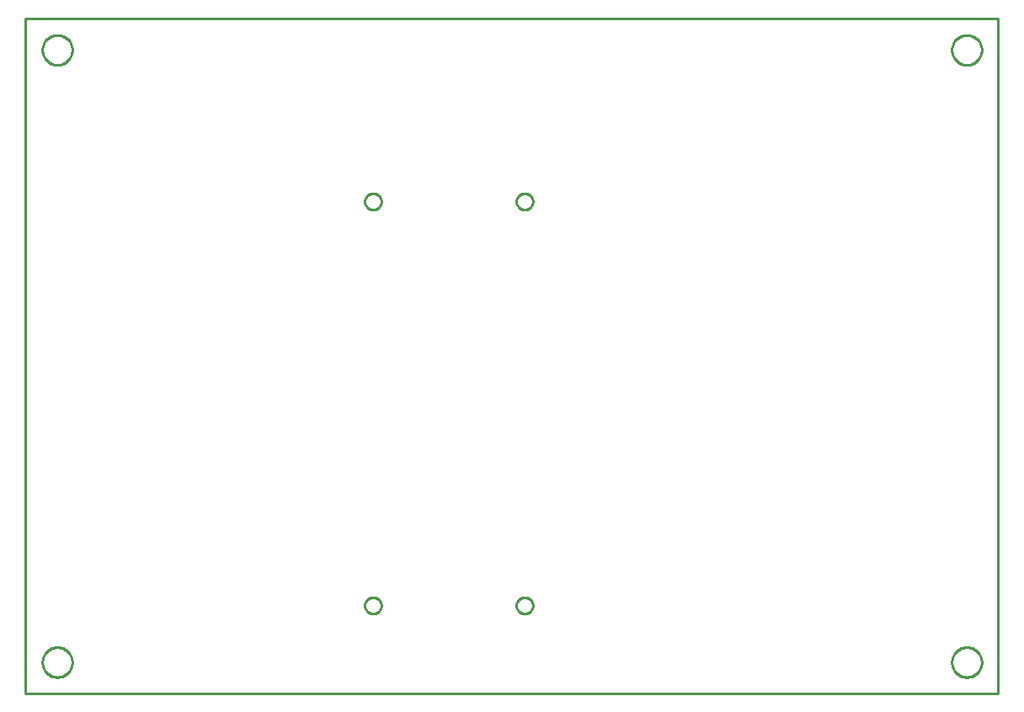
<source format=gbr>
G04 EAGLE Gerber X2 export*
%TF.Part,Single*%
%TF.FileFunction,Profile,NP*%
%TF.FilePolarity,Positive*%
%TF.GenerationSoftware,Autodesk,EAGLE,8.7.0*%
%TF.CreationDate,2018-03-20T17:42:22Z*%
G75*
%MOMM*%
%FSLAX34Y34*%
%LPD*%
%AMOC8*
5,1,8,0,0,1.08239X$1,22.5*%
G01*
%ADD10C,0.254000*%


D10*
X-311150Y-1149350D02*
X666750Y-1149350D01*
X666750Y-469900D01*
X-311150Y-469900D01*
X-311150Y-1149350D01*
X-264400Y-1118136D02*
X-264476Y-1119204D01*
X-264629Y-1120265D01*
X-264857Y-1121312D01*
X-265159Y-1122340D01*
X-265533Y-1123344D01*
X-265978Y-1124319D01*
X-266492Y-1125259D01*
X-267071Y-1126160D01*
X-267713Y-1127018D01*
X-268415Y-1127828D01*
X-269172Y-1128585D01*
X-269982Y-1129287D01*
X-270840Y-1129929D01*
X-271741Y-1130508D01*
X-272681Y-1131022D01*
X-273656Y-1131467D01*
X-274660Y-1131841D01*
X-275688Y-1132143D01*
X-276735Y-1132371D01*
X-277796Y-1132524D01*
X-278864Y-1132600D01*
X-279936Y-1132600D01*
X-281004Y-1132524D01*
X-282065Y-1132371D01*
X-283112Y-1132143D01*
X-284140Y-1131841D01*
X-285144Y-1131467D01*
X-286119Y-1131022D01*
X-287059Y-1130508D01*
X-287960Y-1129929D01*
X-288818Y-1129287D01*
X-289628Y-1128585D01*
X-290385Y-1127828D01*
X-291087Y-1127018D01*
X-291729Y-1126160D01*
X-292308Y-1125259D01*
X-292822Y-1124319D01*
X-293267Y-1123344D01*
X-293641Y-1122340D01*
X-293943Y-1121312D01*
X-294171Y-1120265D01*
X-294324Y-1119204D01*
X-294400Y-1118136D01*
X-294400Y-1117064D01*
X-294324Y-1115996D01*
X-294171Y-1114935D01*
X-293943Y-1113888D01*
X-293641Y-1112860D01*
X-293267Y-1111856D01*
X-292822Y-1110881D01*
X-292308Y-1109941D01*
X-291729Y-1109040D01*
X-291087Y-1108182D01*
X-290385Y-1107372D01*
X-289628Y-1106615D01*
X-288818Y-1105913D01*
X-287960Y-1105271D01*
X-287059Y-1104692D01*
X-286119Y-1104178D01*
X-285144Y-1103733D01*
X-284140Y-1103359D01*
X-283112Y-1103057D01*
X-282065Y-1102829D01*
X-281004Y-1102676D01*
X-279936Y-1102600D01*
X-278864Y-1102600D01*
X-277796Y-1102676D01*
X-276735Y-1102829D01*
X-275688Y-1103057D01*
X-274660Y-1103359D01*
X-273656Y-1103733D01*
X-272681Y-1104178D01*
X-271741Y-1104692D01*
X-270840Y-1105271D01*
X-269982Y-1105913D01*
X-269172Y-1106615D01*
X-268415Y-1107372D01*
X-267713Y-1108182D01*
X-267071Y-1109040D01*
X-266492Y-1109941D01*
X-265978Y-1110881D01*
X-265533Y-1111856D01*
X-265159Y-1112860D01*
X-264857Y-1113888D01*
X-264629Y-1114935D01*
X-264476Y-1115996D01*
X-264400Y-1117064D01*
X-264400Y-1118136D01*
X650000Y-1118136D02*
X649924Y-1119204D01*
X649771Y-1120265D01*
X649543Y-1121312D01*
X649241Y-1122340D01*
X648867Y-1123344D01*
X648422Y-1124319D01*
X647908Y-1125259D01*
X647329Y-1126160D01*
X646687Y-1127018D01*
X645985Y-1127828D01*
X645228Y-1128585D01*
X644418Y-1129287D01*
X643560Y-1129929D01*
X642659Y-1130508D01*
X641719Y-1131022D01*
X640744Y-1131467D01*
X639740Y-1131841D01*
X638712Y-1132143D01*
X637665Y-1132371D01*
X636604Y-1132524D01*
X635536Y-1132600D01*
X634464Y-1132600D01*
X633396Y-1132524D01*
X632335Y-1132371D01*
X631288Y-1132143D01*
X630260Y-1131841D01*
X629256Y-1131467D01*
X628281Y-1131022D01*
X627341Y-1130508D01*
X626440Y-1129929D01*
X625582Y-1129287D01*
X624772Y-1128585D01*
X624015Y-1127828D01*
X623313Y-1127018D01*
X622671Y-1126160D01*
X622092Y-1125259D01*
X621578Y-1124319D01*
X621133Y-1123344D01*
X620759Y-1122340D01*
X620457Y-1121312D01*
X620229Y-1120265D01*
X620076Y-1119204D01*
X620000Y-1118136D01*
X620000Y-1117064D01*
X620076Y-1115996D01*
X620229Y-1114935D01*
X620457Y-1113888D01*
X620759Y-1112860D01*
X621133Y-1111856D01*
X621578Y-1110881D01*
X622092Y-1109941D01*
X622671Y-1109040D01*
X623313Y-1108182D01*
X624015Y-1107372D01*
X624772Y-1106615D01*
X625582Y-1105913D01*
X626440Y-1105271D01*
X627341Y-1104692D01*
X628281Y-1104178D01*
X629256Y-1103733D01*
X630260Y-1103359D01*
X631288Y-1103057D01*
X632335Y-1102829D01*
X633396Y-1102676D01*
X634464Y-1102600D01*
X635536Y-1102600D01*
X636604Y-1102676D01*
X637665Y-1102829D01*
X638712Y-1103057D01*
X639740Y-1103359D01*
X640744Y-1103733D01*
X641719Y-1104178D01*
X642659Y-1104692D01*
X643560Y-1105271D01*
X644418Y-1105913D01*
X645228Y-1106615D01*
X645985Y-1107372D01*
X646687Y-1108182D01*
X647329Y-1109040D01*
X647908Y-1109941D01*
X648422Y-1110881D01*
X648867Y-1111856D01*
X649241Y-1112860D01*
X649543Y-1113888D01*
X649771Y-1114935D01*
X649924Y-1115996D01*
X650000Y-1117064D01*
X650000Y-1118136D01*
X650000Y-502186D02*
X649924Y-503254D01*
X649771Y-504315D01*
X649543Y-505362D01*
X649241Y-506390D01*
X648867Y-507394D01*
X648422Y-508369D01*
X647908Y-509309D01*
X647329Y-510210D01*
X646687Y-511068D01*
X645985Y-511878D01*
X645228Y-512635D01*
X644418Y-513337D01*
X643560Y-513979D01*
X642659Y-514558D01*
X641719Y-515072D01*
X640744Y-515517D01*
X639740Y-515891D01*
X638712Y-516193D01*
X637665Y-516421D01*
X636604Y-516574D01*
X635536Y-516650D01*
X634464Y-516650D01*
X633396Y-516574D01*
X632335Y-516421D01*
X631288Y-516193D01*
X630260Y-515891D01*
X629256Y-515517D01*
X628281Y-515072D01*
X627341Y-514558D01*
X626440Y-513979D01*
X625582Y-513337D01*
X624772Y-512635D01*
X624015Y-511878D01*
X623313Y-511068D01*
X622671Y-510210D01*
X622092Y-509309D01*
X621578Y-508369D01*
X621133Y-507394D01*
X620759Y-506390D01*
X620457Y-505362D01*
X620229Y-504315D01*
X620076Y-503254D01*
X620000Y-502186D01*
X620000Y-501114D01*
X620076Y-500046D01*
X620229Y-498985D01*
X620457Y-497938D01*
X620759Y-496910D01*
X621133Y-495906D01*
X621578Y-494931D01*
X622092Y-493991D01*
X622671Y-493090D01*
X623313Y-492232D01*
X624015Y-491422D01*
X624772Y-490665D01*
X625582Y-489963D01*
X626440Y-489321D01*
X627341Y-488742D01*
X628281Y-488228D01*
X629256Y-487783D01*
X630260Y-487409D01*
X631288Y-487107D01*
X632335Y-486879D01*
X633396Y-486726D01*
X634464Y-486650D01*
X635536Y-486650D01*
X636604Y-486726D01*
X637665Y-486879D01*
X638712Y-487107D01*
X639740Y-487409D01*
X640744Y-487783D01*
X641719Y-488228D01*
X642659Y-488742D01*
X643560Y-489321D01*
X644418Y-489963D01*
X645228Y-490665D01*
X645985Y-491422D01*
X646687Y-492232D01*
X647329Y-493090D01*
X647908Y-493991D01*
X648422Y-494931D01*
X648867Y-495906D01*
X649241Y-496910D01*
X649543Y-497938D01*
X649771Y-498985D01*
X649924Y-500046D01*
X650000Y-501114D01*
X650000Y-502186D01*
X-264400Y-502186D02*
X-264476Y-503254D01*
X-264629Y-504315D01*
X-264857Y-505362D01*
X-265159Y-506390D01*
X-265533Y-507394D01*
X-265978Y-508369D01*
X-266492Y-509309D01*
X-267071Y-510210D01*
X-267713Y-511068D01*
X-268415Y-511878D01*
X-269172Y-512635D01*
X-269982Y-513337D01*
X-270840Y-513979D01*
X-271741Y-514558D01*
X-272681Y-515072D01*
X-273656Y-515517D01*
X-274660Y-515891D01*
X-275688Y-516193D01*
X-276735Y-516421D01*
X-277796Y-516574D01*
X-278864Y-516650D01*
X-279936Y-516650D01*
X-281004Y-516574D01*
X-282065Y-516421D01*
X-283112Y-516193D01*
X-284140Y-515891D01*
X-285144Y-515517D01*
X-286119Y-515072D01*
X-287059Y-514558D01*
X-287960Y-513979D01*
X-288818Y-513337D01*
X-289628Y-512635D01*
X-290385Y-511878D01*
X-291087Y-511068D01*
X-291729Y-510210D01*
X-292308Y-509309D01*
X-292822Y-508369D01*
X-293267Y-507394D01*
X-293641Y-506390D01*
X-293943Y-505362D01*
X-294171Y-504315D01*
X-294324Y-503254D01*
X-294400Y-502186D01*
X-294400Y-501114D01*
X-294324Y-500046D01*
X-294171Y-498985D01*
X-293943Y-497938D01*
X-293641Y-496910D01*
X-293267Y-495906D01*
X-292822Y-494931D01*
X-292308Y-493991D01*
X-291729Y-493090D01*
X-291087Y-492232D01*
X-290385Y-491422D01*
X-289628Y-490665D01*
X-288818Y-489963D01*
X-287960Y-489321D01*
X-287059Y-488742D01*
X-286119Y-488228D01*
X-285144Y-487783D01*
X-284140Y-487409D01*
X-283112Y-487107D01*
X-282065Y-486879D01*
X-281004Y-486726D01*
X-279936Y-486650D01*
X-278864Y-486650D01*
X-277796Y-486726D01*
X-276735Y-486879D01*
X-275688Y-487107D01*
X-274660Y-487409D01*
X-273656Y-487783D01*
X-272681Y-488228D01*
X-271741Y-488742D01*
X-270840Y-489321D01*
X-269982Y-489963D01*
X-269172Y-490665D01*
X-268415Y-491422D01*
X-267713Y-492232D01*
X-267071Y-493090D01*
X-266492Y-493991D01*
X-265978Y-494931D01*
X-265533Y-495906D01*
X-265159Y-496910D01*
X-264857Y-497938D01*
X-264629Y-498985D01*
X-264476Y-500046D01*
X-264400Y-501114D01*
X-264400Y-502186D01*
X-264400Y-1118136D02*
X-264476Y-1119204D01*
X-264629Y-1120265D01*
X-264857Y-1121312D01*
X-265159Y-1122340D01*
X-265533Y-1123344D01*
X-265978Y-1124319D01*
X-266492Y-1125259D01*
X-267071Y-1126160D01*
X-267713Y-1127018D01*
X-268415Y-1127828D01*
X-269172Y-1128585D01*
X-269982Y-1129287D01*
X-270840Y-1129929D01*
X-271741Y-1130508D01*
X-272681Y-1131022D01*
X-273656Y-1131467D01*
X-274660Y-1131841D01*
X-275688Y-1132143D01*
X-276735Y-1132371D01*
X-277796Y-1132524D01*
X-278864Y-1132600D01*
X-279936Y-1132600D01*
X-281004Y-1132524D01*
X-282065Y-1132371D01*
X-283112Y-1132143D01*
X-284140Y-1131841D01*
X-285144Y-1131467D01*
X-286119Y-1131022D01*
X-287059Y-1130508D01*
X-287960Y-1129929D01*
X-288818Y-1129287D01*
X-289628Y-1128585D01*
X-290385Y-1127828D01*
X-291087Y-1127018D01*
X-291729Y-1126160D01*
X-292308Y-1125259D01*
X-292822Y-1124319D01*
X-293267Y-1123344D01*
X-293641Y-1122340D01*
X-293943Y-1121312D01*
X-294171Y-1120265D01*
X-294324Y-1119204D01*
X-294400Y-1118136D01*
X-294400Y-1117064D01*
X-294324Y-1115996D01*
X-294171Y-1114935D01*
X-293943Y-1113888D01*
X-293641Y-1112860D01*
X-293267Y-1111856D01*
X-292822Y-1110881D01*
X-292308Y-1109941D01*
X-291729Y-1109040D01*
X-291087Y-1108182D01*
X-290385Y-1107372D01*
X-289628Y-1106615D01*
X-288818Y-1105913D01*
X-287960Y-1105271D01*
X-287059Y-1104692D01*
X-286119Y-1104178D01*
X-285144Y-1103733D01*
X-284140Y-1103359D01*
X-283112Y-1103057D01*
X-282065Y-1102829D01*
X-281004Y-1102676D01*
X-279936Y-1102600D01*
X-278864Y-1102600D01*
X-277796Y-1102676D01*
X-276735Y-1102829D01*
X-275688Y-1103057D01*
X-274660Y-1103359D01*
X-273656Y-1103733D01*
X-272681Y-1104178D01*
X-271741Y-1104692D01*
X-270840Y-1105271D01*
X-269982Y-1105913D01*
X-269172Y-1106615D01*
X-268415Y-1107372D01*
X-267713Y-1108182D01*
X-267071Y-1109040D01*
X-266492Y-1109941D01*
X-265978Y-1110881D01*
X-265533Y-1111856D01*
X-265159Y-1112860D01*
X-264857Y-1113888D01*
X-264629Y-1114935D01*
X-264476Y-1115996D01*
X-264400Y-1117064D01*
X-264400Y-1118136D01*
X650000Y-1118136D02*
X649924Y-1119204D01*
X649771Y-1120265D01*
X649543Y-1121312D01*
X649241Y-1122340D01*
X648867Y-1123344D01*
X648422Y-1124319D01*
X647908Y-1125259D01*
X647329Y-1126160D01*
X646687Y-1127018D01*
X645985Y-1127828D01*
X645228Y-1128585D01*
X644418Y-1129287D01*
X643560Y-1129929D01*
X642659Y-1130508D01*
X641719Y-1131022D01*
X640744Y-1131467D01*
X639740Y-1131841D01*
X638712Y-1132143D01*
X637665Y-1132371D01*
X636604Y-1132524D01*
X635536Y-1132600D01*
X634464Y-1132600D01*
X633396Y-1132524D01*
X632335Y-1132371D01*
X631288Y-1132143D01*
X630260Y-1131841D01*
X629256Y-1131467D01*
X628281Y-1131022D01*
X627341Y-1130508D01*
X626440Y-1129929D01*
X625582Y-1129287D01*
X624772Y-1128585D01*
X624015Y-1127828D01*
X623313Y-1127018D01*
X622671Y-1126160D01*
X622092Y-1125259D01*
X621578Y-1124319D01*
X621133Y-1123344D01*
X620759Y-1122340D01*
X620457Y-1121312D01*
X620229Y-1120265D01*
X620076Y-1119204D01*
X620000Y-1118136D01*
X620000Y-1117064D01*
X620076Y-1115996D01*
X620229Y-1114935D01*
X620457Y-1113888D01*
X620759Y-1112860D01*
X621133Y-1111856D01*
X621578Y-1110881D01*
X622092Y-1109941D01*
X622671Y-1109040D01*
X623313Y-1108182D01*
X624015Y-1107372D01*
X624772Y-1106615D01*
X625582Y-1105913D01*
X626440Y-1105271D01*
X627341Y-1104692D01*
X628281Y-1104178D01*
X629256Y-1103733D01*
X630260Y-1103359D01*
X631288Y-1103057D01*
X632335Y-1102829D01*
X633396Y-1102676D01*
X634464Y-1102600D01*
X635536Y-1102600D01*
X636604Y-1102676D01*
X637665Y-1102829D01*
X638712Y-1103057D01*
X639740Y-1103359D01*
X640744Y-1103733D01*
X641719Y-1104178D01*
X642659Y-1104692D01*
X643560Y-1105271D01*
X644418Y-1105913D01*
X645228Y-1106615D01*
X645985Y-1107372D01*
X646687Y-1108182D01*
X647329Y-1109040D01*
X647908Y-1109941D01*
X648422Y-1110881D01*
X648867Y-1111856D01*
X649241Y-1112860D01*
X649543Y-1113888D01*
X649771Y-1114935D01*
X649924Y-1115996D01*
X650000Y-1117064D01*
X650000Y-1118136D01*
X650000Y-502186D02*
X649924Y-503254D01*
X649771Y-504315D01*
X649543Y-505362D01*
X649241Y-506390D01*
X648867Y-507394D01*
X648422Y-508369D01*
X647908Y-509309D01*
X647329Y-510210D01*
X646687Y-511068D01*
X645985Y-511878D01*
X645228Y-512635D01*
X644418Y-513337D01*
X643560Y-513979D01*
X642659Y-514558D01*
X641719Y-515072D01*
X640744Y-515517D01*
X639740Y-515891D01*
X638712Y-516193D01*
X637665Y-516421D01*
X636604Y-516574D01*
X635536Y-516650D01*
X634464Y-516650D01*
X633396Y-516574D01*
X632335Y-516421D01*
X631288Y-516193D01*
X630260Y-515891D01*
X629256Y-515517D01*
X628281Y-515072D01*
X627341Y-514558D01*
X626440Y-513979D01*
X625582Y-513337D01*
X624772Y-512635D01*
X624015Y-511878D01*
X623313Y-511068D01*
X622671Y-510210D01*
X622092Y-509309D01*
X621578Y-508369D01*
X621133Y-507394D01*
X620759Y-506390D01*
X620457Y-505362D01*
X620229Y-504315D01*
X620076Y-503254D01*
X620000Y-502186D01*
X620000Y-501114D01*
X620076Y-500046D01*
X620229Y-498985D01*
X620457Y-497938D01*
X620759Y-496910D01*
X621133Y-495906D01*
X621578Y-494931D01*
X622092Y-493991D01*
X622671Y-493090D01*
X623313Y-492232D01*
X624015Y-491422D01*
X624772Y-490665D01*
X625582Y-489963D01*
X626440Y-489321D01*
X627341Y-488742D01*
X628281Y-488228D01*
X629256Y-487783D01*
X630260Y-487409D01*
X631288Y-487107D01*
X632335Y-486879D01*
X633396Y-486726D01*
X634464Y-486650D01*
X635536Y-486650D01*
X636604Y-486726D01*
X637665Y-486879D01*
X638712Y-487107D01*
X639740Y-487409D01*
X640744Y-487783D01*
X641719Y-488228D01*
X642659Y-488742D01*
X643560Y-489321D01*
X644418Y-489963D01*
X645228Y-490665D01*
X645985Y-491422D01*
X646687Y-492232D01*
X647329Y-493090D01*
X647908Y-493991D01*
X648422Y-494931D01*
X648867Y-495906D01*
X649241Y-496910D01*
X649543Y-497938D01*
X649771Y-498985D01*
X649924Y-500046D01*
X650000Y-501114D01*
X650000Y-502186D01*
X-264400Y-502186D02*
X-264476Y-503254D01*
X-264629Y-504315D01*
X-264857Y-505362D01*
X-265159Y-506390D01*
X-265533Y-507394D01*
X-265978Y-508369D01*
X-266492Y-509309D01*
X-267071Y-510210D01*
X-267713Y-511068D01*
X-268415Y-511878D01*
X-269172Y-512635D01*
X-269982Y-513337D01*
X-270840Y-513979D01*
X-271741Y-514558D01*
X-272681Y-515072D01*
X-273656Y-515517D01*
X-274660Y-515891D01*
X-275688Y-516193D01*
X-276735Y-516421D01*
X-277796Y-516574D01*
X-278864Y-516650D01*
X-279936Y-516650D01*
X-281004Y-516574D01*
X-282065Y-516421D01*
X-283112Y-516193D01*
X-284140Y-515891D01*
X-285144Y-515517D01*
X-286119Y-515072D01*
X-287059Y-514558D01*
X-287960Y-513979D01*
X-288818Y-513337D01*
X-289628Y-512635D01*
X-290385Y-511878D01*
X-291087Y-511068D01*
X-291729Y-510210D01*
X-292308Y-509309D01*
X-292822Y-508369D01*
X-293267Y-507394D01*
X-293641Y-506390D01*
X-293943Y-505362D01*
X-294171Y-504315D01*
X-294324Y-503254D01*
X-294400Y-502186D01*
X-294400Y-501114D01*
X-294324Y-500046D01*
X-294171Y-498985D01*
X-293943Y-497938D01*
X-293641Y-496910D01*
X-293267Y-495906D01*
X-292822Y-494931D01*
X-292308Y-493991D01*
X-291729Y-493090D01*
X-291087Y-492232D01*
X-290385Y-491422D01*
X-289628Y-490665D01*
X-288818Y-489963D01*
X-287960Y-489321D01*
X-287059Y-488742D01*
X-286119Y-488228D01*
X-285144Y-487783D01*
X-284140Y-487409D01*
X-283112Y-487107D01*
X-282065Y-486879D01*
X-281004Y-486726D01*
X-279936Y-486650D01*
X-278864Y-486650D01*
X-277796Y-486726D01*
X-276735Y-486879D01*
X-275688Y-487107D01*
X-274660Y-487409D01*
X-273656Y-487783D01*
X-272681Y-488228D01*
X-271741Y-488742D01*
X-270840Y-489321D01*
X-269982Y-489963D01*
X-269172Y-490665D01*
X-268415Y-491422D01*
X-267713Y-492232D01*
X-267071Y-493090D01*
X-266492Y-493991D01*
X-265978Y-494931D01*
X-265533Y-495906D01*
X-265159Y-496910D01*
X-264857Y-497938D01*
X-264629Y-498985D01*
X-264476Y-500046D01*
X-264400Y-501114D01*
X-264400Y-502186D01*
X38506Y-1052195D02*
X39313Y-1052275D01*
X40108Y-1052433D01*
X40884Y-1052668D01*
X41634Y-1052979D01*
X42349Y-1053361D01*
X43023Y-1053812D01*
X43650Y-1054326D01*
X44224Y-1054900D01*
X44738Y-1055527D01*
X45189Y-1056201D01*
X45571Y-1056916D01*
X45882Y-1057666D01*
X46117Y-1058442D01*
X46276Y-1059237D01*
X46355Y-1060044D01*
X46355Y-1060856D01*
X46276Y-1061663D01*
X46117Y-1062458D01*
X45882Y-1063234D01*
X45571Y-1063984D01*
X45189Y-1064699D01*
X44738Y-1065373D01*
X44224Y-1066000D01*
X43650Y-1066574D01*
X43023Y-1067088D01*
X42349Y-1067539D01*
X41634Y-1067921D01*
X40884Y-1068232D01*
X40108Y-1068467D01*
X39313Y-1068626D01*
X38506Y-1068705D01*
X37694Y-1068705D01*
X36887Y-1068626D01*
X36092Y-1068467D01*
X35316Y-1068232D01*
X34566Y-1067921D01*
X33851Y-1067539D01*
X33177Y-1067088D01*
X32550Y-1066574D01*
X31976Y-1066000D01*
X31462Y-1065373D01*
X31011Y-1064699D01*
X30629Y-1063984D01*
X30318Y-1063234D01*
X30083Y-1062458D01*
X29925Y-1061663D01*
X29845Y-1060856D01*
X29845Y-1060044D01*
X29925Y-1059237D01*
X30083Y-1058442D01*
X30318Y-1057666D01*
X30629Y-1056916D01*
X31011Y-1056201D01*
X31462Y-1055527D01*
X31976Y-1054900D01*
X32550Y-1054326D01*
X33177Y-1053812D01*
X33851Y-1053361D01*
X34566Y-1052979D01*
X35316Y-1052668D01*
X36092Y-1052433D01*
X36887Y-1052275D01*
X37694Y-1052195D01*
X38506Y-1052195D01*
X190906Y-1052195D02*
X191713Y-1052275D01*
X192508Y-1052433D01*
X193284Y-1052668D01*
X194034Y-1052979D01*
X194749Y-1053361D01*
X195423Y-1053812D01*
X196050Y-1054326D01*
X196624Y-1054900D01*
X197138Y-1055527D01*
X197589Y-1056201D01*
X197971Y-1056916D01*
X198282Y-1057666D01*
X198517Y-1058442D01*
X198676Y-1059237D01*
X198755Y-1060044D01*
X198755Y-1060856D01*
X198676Y-1061663D01*
X198517Y-1062458D01*
X198282Y-1063234D01*
X197971Y-1063984D01*
X197589Y-1064699D01*
X197138Y-1065373D01*
X196624Y-1066000D01*
X196050Y-1066574D01*
X195423Y-1067088D01*
X194749Y-1067539D01*
X194034Y-1067921D01*
X193284Y-1068232D01*
X192508Y-1068467D01*
X191713Y-1068626D01*
X190906Y-1068705D01*
X190094Y-1068705D01*
X189287Y-1068626D01*
X188492Y-1068467D01*
X187716Y-1068232D01*
X186966Y-1067921D01*
X186251Y-1067539D01*
X185577Y-1067088D01*
X184950Y-1066574D01*
X184376Y-1066000D01*
X183862Y-1065373D01*
X183411Y-1064699D01*
X183029Y-1063984D01*
X182718Y-1063234D01*
X182483Y-1062458D01*
X182325Y-1061663D01*
X182245Y-1060856D01*
X182245Y-1060044D01*
X182325Y-1059237D01*
X182483Y-1058442D01*
X182718Y-1057666D01*
X183029Y-1056916D01*
X183411Y-1056201D01*
X183862Y-1055527D01*
X184376Y-1054900D01*
X184950Y-1054326D01*
X185577Y-1053812D01*
X186251Y-1053361D01*
X186966Y-1052979D01*
X187716Y-1052668D01*
X188492Y-1052433D01*
X189287Y-1052275D01*
X190094Y-1052195D01*
X190906Y-1052195D01*
X190906Y-645795D02*
X191713Y-645875D01*
X192508Y-646033D01*
X193284Y-646268D01*
X194034Y-646579D01*
X194749Y-646961D01*
X195423Y-647412D01*
X196050Y-647926D01*
X196624Y-648500D01*
X197138Y-649127D01*
X197589Y-649801D01*
X197971Y-650516D01*
X198282Y-651266D01*
X198517Y-652042D01*
X198676Y-652837D01*
X198755Y-653644D01*
X198755Y-654456D01*
X198676Y-655263D01*
X198517Y-656058D01*
X198282Y-656834D01*
X197971Y-657584D01*
X197589Y-658299D01*
X197138Y-658973D01*
X196624Y-659600D01*
X196050Y-660174D01*
X195423Y-660688D01*
X194749Y-661139D01*
X194034Y-661521D01*
X193284Y-661832D01*
X192508Y-662067D01*
X191713Y-662226D01*
X190906Y-662305D01*
X190094Y-662305D01*
X189287Y-662226D01*
X188492Y-662067D01*
X187716Y-661832D01*
X186966Y-661521D01*
X186251Y-661139D01*
X185577Y-660688D01*
X184950Y-660174D01*
X184376Y-659600D01*
X183862Y-658973D01*
X183411Y-658299D01*
X183029Y-657584D01*
X182718Y-656834D01*
X182483Y-656058D01*
X182325Y-655263D01*
X182245Y-654456D01*
X182245Y-653644D01*
X182325Y-652837D01*
X182483Y-652042D01*
X182718Y-651266D01*
X183029Y-650516D01*
X183411Y-649801D01*
X183862Y-649127D01*
X184376Y-648500D01*
X184950Y-647926D01*
X185577Y-647412D01*
X186251Y-646961D01*
X186966Y-646579D01*
X187716Y-646268D01*
X188492Y-646033D01*
X189287Y-645875D01*
X190094Y-645795D01*
X190906Y-645795D01*
X38506Y-645795D02*
X39313Y-645875D01*
X40108Y-646033D01*
X40884Y-646268D01*
X41634Y-646579D01*
X42349Y-646961D01*
X43023Y-647412D01*
X43650Y-647926D01*
X44224Y-648500D01*
X44738Y-649127D01*
X45189Y-649801D01*
X45571Y-650516D01*
X45882Y-651266D01*
X46117Y-652042D01*
X46276Y-652837D01*
X46355Y-653644D01*
X46355Y-654456D01*
X46276Y-655263D01*
X46117Y-656058D01*
X45882Y-656834D01*
X45571Y-657584D01*
X45189Y-658299D01*
X44738Y-658973D01*
X44224Y-659600D01*
X43650Y-660174D01*
X43023Y-660688D01*
X42349Y-661139D01*
X41634Y-661521D01*
X40884Y-661832D01*
X40108Y-662067D01*
X39313Y-662226D01*
X38506Y-662305D01*
X37694Y-662305D01*
X36887Y-662226D01*
X36092Y-662067D01*
X35316Y-661832D01*
X34566Y-661521D01*
X33851Y-661139D01*
X33177Y-660688D01*
X32550Y-660174D01*
X31976Y-659600D01*
X31462Y-658973D01*
X31011Y-658299D01*
X30629Y-657584D01*
X30318Y-656834D01*
X30083Y-656058D01*
X29925Y-655263D01*
X29845Y-654456D01*
X29845Y-653644D01*
X29925Y-652837D01*
X30083Y-652042D01*
X30318Y-651266D01*
X30629Y-650516D01*
X31011Y-649801D01*
X31462Y-649127D01*
X31976Y-648500D01*
X32550Y-647926D01*
X33177Y-647412D01*
X33851Y-646961D01*
X34566Y-646579D01*
X35316Y-646268D01*
X36092Y-646033D01*
X36887Y-645875D01*
X37694Y-645795D01*
X38506Y-645795D01*
M02*

</source>
